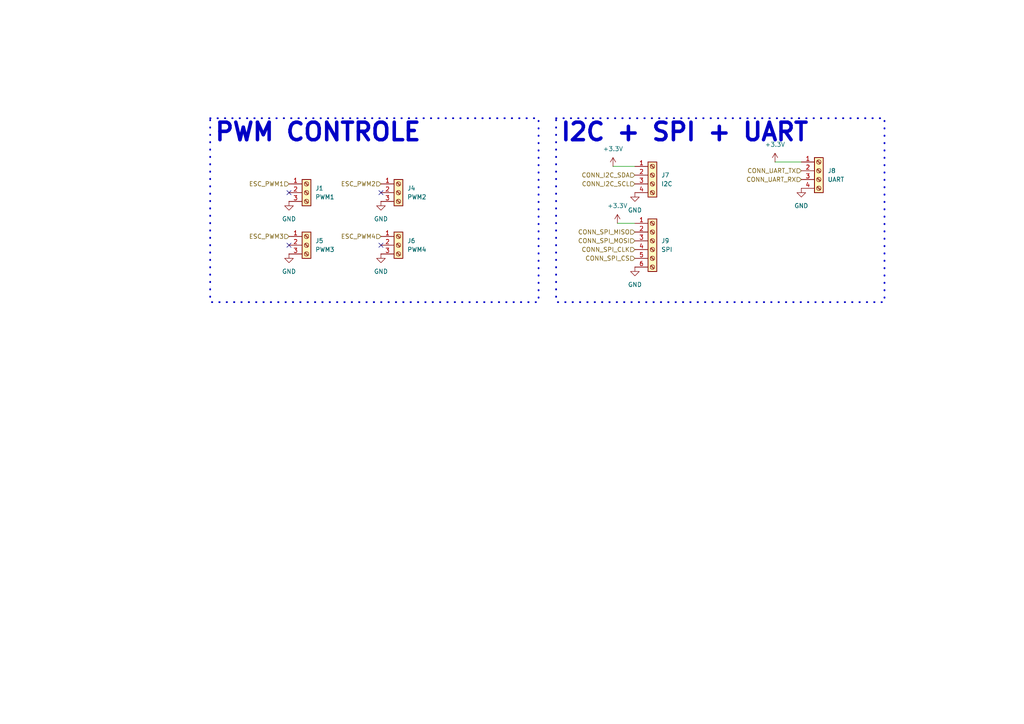
<source format=kicad_sch>
(kicad_sch
	(version 20250114)
	(generator "eeschema")
	(generator_version "9.0")
	(uuid "ba0d2d41-0ccc-44ce-9f25-510055e77d14")
	(paper "A4")
	(lib_symbols
		(symbol "Connector:Screw_Terminal_01x03"
			(pin_names
				(offset 1.016)
				(hide yes)
			)
			(exclude_from_sim no)
			(in_bom yes)
			(on_board yes)
			(property "Reference" "J"
				(at 0 5.08 0)
				(effects
					(font
						(size 1.27 1.27)
					)
				)
			)
			(property "Value" "Screw_Terminal_01x03"
				(at 0 -5.08 0)
				(effects
					(font
						(size 1.27 1.27)
					)
				)
			)
			(property "Footprint" ""
				(at 0 0 0)
				(effects
					(font
						(size 1.27 1.27)
					)
					(hide yes)
				)
			)
			(property "Datasheet" "~"
				(at 0 0 0)
				(effects
					(font
						(size 1.27 1.27)
					)
					(hide yes)
				)
			)
			(property "Description" "Generic screw terminal, single row, 01x03, script generated (kicad-library-utils/schlib/autogen/connector/)"
				(at 0 0 0)
				(effects
					(font
						(size 1.27 1.27)
					)
					(hide yes)
				)
			)
			(property "ki_keywords" "screw terminal"
				(at 0 0 0)
				(effects
					(font
						(size 1.27 1.27)
					)
					(hide yes)
				)
			)
			(property "ki_fp_filters" "TerminalBlock*:*"
				(at 0 0 0)
				(effects
					(font
						(size 1.27 1.27)
					)
					(hide yes)
				)
			)
			(symbol "Screw_Terminal_01x03_1_1"
				(rectangle
					(start -1.27 3.81)
					(end 1.27 -3.81)
					(stroke
						(width 0.254)
						(type default)
					)
					(fill
						(type background)
					)
				)
				(polyline
					(pts
						(xy -0.5334 2.8702) (xy 0.3302 2.032)
					)
					(stroke
						(width 0.1524)
						(type default)
					)
					(fill
						(type none)
					)
				)
				(polyline
					(pts
						(xy -0.5334 0.3302) (xy 0.3302 -0.508)
					)
					(stroke
						(width 0.1524)
						(type default)
					)
					(fill
						(type none)
					)
				)
				(polyline
					(pts
						(xy -0.5334 -2.2098) (xy 0.3302 -3.048)
					)
					(stroke
						(width 0.1524)
						(type default)
					)
					(fill
						(type none)
					)
				)
				(polyline
					(pts
						(xy -0.3556 3.048) (xy 0.508 2.2098)
					)
					(stroke
						(width 0.1524)
						(type default)
					)
					(fill
						(type none)
					)
				)
				(polyline
					(pts
						(xy -0.3556 0.508) (xy 0.508 -0.3302)
					)
					(stroke
						(width 0.1524)
						(type default)
					)
					(fill
						(type none)
					)
				)
				(polyline
					(pts
						(xy -0.3556 -2.032) (xy 0.508 -2.8702)
					)
					(stroke
						(width 0.1524)
						(type default)
					)
					(fill
						(type none)
					)
				)
				(circle
					(center 0 2.54)
					(radius 0.635)
					(stroke
						(width 0.1524)
						(type default)
					)
					(fill
						(type none)
					)
				)
				(circle
					(center 0 0)
					(radius 0.635)
					(stroke
						(width 0.1524)
						(type default)
					)
					(fill
						(type none)
					)
				)
				(circle
					(center 0 -2.54)
					(radius 0.635)
					(stroke
						(width 0.1524)
						(type default)
					)
					(fill
						(type none)
					)
				)
				(pin passive line
					(at -5.08 2.54 0)
					(length 3.81)
					(name "Pin_1"
						(effects
							(font
								(size 1.27 1.27)
							)
						)
					)
					(number "1"
						(effects
							(font
								(size 1.27 1.27)
							)
						)
					)
				)
				(pin passive line
					(at -5.08 0 0)
					(length 3.81)
					(name "Pin_2"
						(effects
							(font
								(size 1.27 1.27)
							)
						)
					)
					(number "2"
						(effects
							(font
								(size 1.27 1.27)
							)
						)
					)
				)
				(pin passive line
					(at -5.08 -2.54 0)
					(length 3.81)
					(name "Pin_3"
						(effects
							(font
								(size 1.27 1.27)
							)
						)
					)
					(number "3"
						(effects
							(font
								(size 1.27 1.27)
							)
						)
					)
				)
			)
			(embedded_fonts no)
		)
		(symbol "Connector:Screw_Terminal_01x04"
			(pin_names
				(offset 1.016)
				(hide yes)
			)
			(exclude_from_sim no)
			(in_bom yes)
			(on_board yes)
			(property "Reference" "J"
				(at 0 5.08 0)
				(effects
					(font
						(size 1.27 1.27)
					)
				)
			)
			(property "Value" "Screw_Terminal_01x04"
				(at 0 -7.62 0)
				(effects
					(font
						(size 1.27 1.27)
					)
				)
			)
			(property "Footprint" ""
				(at 0 0 0)
				(effects
					(font
						(size 1.27 1.27)
					)
					(hide yes)
				)
			)
			(property "Datasheet" "~"
				(at 0 0 0)
				(effects
					(font
						(size 1.27 1.27)
					)
					(hide yes)
				)
			)
			(property "Description" "Generic screw terminal, single row, 01x04, script generated (kicad-library-utils/schlib/autogen/connector/)"
				(at 0 0 0)
				(effects
					(font
						(size 1.27 1.27)
					)
					(hide yes)
				)
			)
			(property "ki_keywords" "screw terminal"
				(at 0 0 0)
				(effects
					(font
						(size 1.27 1.27)
					)
					(hide yes)
				)
			)
			(property "ki_fp_filters" "TerminalBlock*:*"
				(at 0 0 0)
				(effects
					(font
						(size 1.27 1.27)
					)
					(hide yes)
				)
			)
			(symbol "Screw_Terminal_01x04_1_1"
				(rectangle
					(start -1.27 3.81)
					(end 1.27 -6.35)
					(stroke
						(width 0.254)
						(type default)
					)
					(fill
						(type background)
					)
				)
				(polyline
					(pts
						(xy -0.5334 2.8702) (xy 0.3302 2.032)
					)
					(stroke
						(width 0.1524)
						(type default)
					)
					(fill
						(type none)
					)
				)
				(polyline
					(pts
						(xy -0.5334 0.3302) (xy 0.3302 -0.508)
					)
					(stroke
						(width 0.1524)
						(type default)
					)
					(fill
						(type none)
					)
				)
				(polyline
					(pts
						(xy -0.5334 -2.2098) (xy 0.3302 -3.048)
					)
					(stroke
						(width 0.1524)
						(type default)
					)
					(fill
						(type none)
					)
				)
				(polyline
					(pts
						(xy -0.5334 -4.7498) (xy 0.3302 -5.588)
					)
					(stroke
						(width 0.1524)
						(type default)
					)
					(fill
						(type none)
					)
				)
				(polyline
					(pts
						(xy -0.3556 3.048) (xy 0.508 2.2098)
					)
					(stroke
						(width 0.1524)
						(type default)
					)
					(fill
						(type none)
					)
				)
				(polyline
					(pts
						(xy -0.3556 0.508) (xy 0.508 -0.3302)
					)
					(stroke
						(width 0.1524)
						(type default)
					)
					(fill
						(type none)
					)
				)
				(polyline
					(pts
						(xy -0.3556 -2.032) (xy 0.508 -2.8702)
					)
					(stroke
						(width 0.1524)
						(type default)
					)
					(fill
						(type none)
					)
				)
				(polyline
					(pts
						(xy -0.3556 -4.572) (xy 0.508 -5.4102)
					)
					(stroke
						(width 0.1524)
						(type default)
					)
					(fill
						(type none)
					)
				)
				(circle
					(center 0 2.54)
					(radius 0.635)
					(stroke
						(width 0.1524)
						(type default)
					)
					(fill
						(type none)
					)
				)
				(circle
					(center 0 0)
					(radius 0.635)
					(stroke
						(width 0.1524)
						(type default)
					)
					(fill
						(type none)
					)
				)
				(circle
					(center 0 -2.54)
					(radius 0.635)
					(stroke
						(width 0.1524)
						(type default)
					)
					(fill
						(type none)
					)
				)
				(circle
					(center 0 -5.08)
					(radius 0.635)
					(stroke
						(width 0.1524)
						(type default)
					)
					(fill
						(type none)
					)
				)
				(pin passive line
					(at -5.08 2.54 0)
					(length 3.81)
					(name "Pin_1"
						(effects
							(font
								(size 1.27 1.27)
							)
						)
					)
					(number "1"
						(effects
							(font
								(size 1.27 1.27)
							)
						)
					)
				)
				(pin passive line
					(at -5.08 0 0)
					(length 3.81)
					(name "Pin_2"
						(effects
							(font
								(size 1.27 1.27)
							)
						)
					)
					(number "2"
						(effects
							(font
								(size 1.27 1.27)
							)
						)
					)
				)
				(pin passive line
					(at -5.08 -2.54 0)
					(length 3.81)
					(name "Pin_3"
						(effects
							(font
								(size 1.27 1.27)
							)
						)
					)
					(number "3"
						(effects
							(font
								(size 1.27 1.27)
							)
						)
					)
				)
				(pin passive line
					(at -5.08 -5.08 0)
					(length 3.81)
					(name "Pin_4"
						(effects
							(font
								(size 1.27 1.27)
							)
						)
					)
					(number "4"
						(effects
							(font
								(size 1.27 1.27)
							)
						)
					)
				)
			)
			(embedded_fonts no)
		)
		(symbol "Connector:Screw_Terminal_01x06"
			(pin_names
				(offset 1.016)
				(hide yes)
			)
			(exclude_from_sim no)
			(in_bom yes)
			(on_board yes)
			(property "Reference" "J"
				(at 0 7.62 0)
				(effects
					(font
						(size 1.27 1.27)
					)
				)
			)
			(property "Value" "Screw_Terminal_01x06"
				(at 0 -10.16 0)
				(effects
					(font
						(size 1.27 1.27)
					)
				)
			)
			(property "Footprint" ""
				(at 0 0 0)
				(effects
					(font
						(size 1.27 1.27)
					)
					(hide yes)
				)
			)
			(property "Datasheet" "~"
				(at 0 0 0)
				(effects
					(font
						(size 1.27 1.27)
					)
					(hide yes)
				)
			)
			(property "Description" "Generic screw terminal, single row, 01x06, script generated (kicad-library-utils/schlib/autogen/connector/)"
				(at 0 0 0)
				(effects
					(font
						(size 1.27 1.27)
					)
					(hide yes)
				)
			)
			(property "ki_keywords" "screw terminal"
				(at 0 0 0)
				(effects
					(font
						(size 1.27 1.27)
					)
					(hide yes)
				)
			)
			(property "ki_fp_filters" "TerminalBlock*:*"
				(at 0 0 0)
				(effects
					(font
						(size 1.27 1.27)
					)
					(hide yes)
				)
			)
			(symbol "Screw_Terminal_01x06_1_1"
				(rectangle
					(start -1.27 6.35)
					(end 1.27 -8.89)
					(stroke
						(width 0.254)
						(type default)
					)
					(fill
						(type background)
					)
				)
				(polyline
					(pts
						(xy -0.5334 5.4102) (xy 0.3302 4.572)
					)
					(stroke
						(width 0.1524)
						(type default)
					)
					(fill
						(type none)
					)
				)
				(polyline
					(pts
						(xy -0.5334 2.8702) (xy 0.3302 2.032)
					)
					(stroke
						(width 0.1524)
						(type default)
					)
					(fill
						(type none)
					)
				)
				(polyline
					(pts
						(xy -0.5334 0.3302) (xy 0.3302 -0.508)
					)
					(stroke
						(width 0.1524)
						(type default)
					)
					(fill
						(type none)
					)
				)
				(polyline
					(pts
						(xy -0.5334 -2.2098) (xy 0.3302 -3.048)
					)
					(stroke
						(width 0.1524)
						(type default)
					)
					(fill
						(type none)
					)
				)
				(polyline
					(pts
						(xy -0.5334 -4.7498) (xy 0.3302 -5.588)
					)
					(stroke
						(width 0.1524)
						(type default)
					)
					(fill
						(type none)
					)
				)
				(polyline
					(pts
						(xy -0.5334 -7.2898) (xy 0.3302 -8.128)
					)
					(stroke
						(width 0.1524)
						(type default)
					)
					(fill
						(type none)
					)
				)
				(polyline
					(pts
						(xy -0.3556 5.588) (xy 0.508 4.7498)
					)
					(stroke
						(width 0.1524)
						(type default)
					)
					(fill
						(type none)
					)
				)
				(polyline
					(pts
						(xy -0.3556 3.048) (xy 0.508 2.2098)
					)
					(stroke
						(width 0.1524)
						(type default)
					)
					(fill
						(type none)
					)
				)
				(polyline
					(pts
						(xy -0.3556 0.508) (xy 0.508 -0.3302)
					)
					(stroke
						(width 0.1524)
						(type default)
					)
					(fill
						(type none)
					)
				)
				(polyline
					(pts
						(xy -0.3556 -2.032) (xy 0.508 -2.8702)
					)
					(stroke
						(width 0.1524)
						(type default)
					)
					(fill
						(type none)
					)
				)
				(polyline
					(pts
						(xy -0.3556 -4.572) (xy 0.508 -5.4102)
					)
					(stroke
						(width 0.1524)
						(type default)
					)
					(fill
						(type none)
					)
				)
				(polyline
					(pts
						(xy -0.3556 -7.112) (xy 0.508 -7.9502)
					)
					(stroke
						(width 0.1524)
						(type default)
					)
					(fill
						(type none)
					)
				)
				(circle
					(center 0 5.08)
					(radius 0.635)
					(stroke
						(width 0.1524)
						(type default)
					)
					(fill
						(type none)
					)
				)
				(circle
					(center 0 2.54)
					(radius 0.635)
					(stroke
						(width 0.1524)
						(type default)
					)
					(fill
						(type none)
					)
				)
				(circle
					(center 0 0)
					(radius 0.635)
					(stroke
						(width 0.1524)
						(type default)
					)
					(fill
						(type none)
					)
				)
				(circle
					(center 0 -2.54)
					(radius 0.635)
					(stroke
						(width 0.1524)
						(type default)
					)
					(fill
						(type none)
					)
				)
				(circle
					(center 0 -5.08)
					(radius 0.635)
					(stroke
						(width 0.1524)
						(type default)
					)
					(fill
						(type none)
					)
				)
				(circle
					(center 0 -7.62)
					(radius 0.635)
					(stroke
						(width 0.1524)
						(type default)
					)
					(fill
						(type none)
					)
				)
				(pin passive line
					(at -5.08 5.08 0)
					(length 3.81)
					(name "Pin_1"
						(effects
							(font
								(size 1.27 1.27)
							)
						)
					)
					(number "1"
						(effects
							(font
								(size 1.27 1.27)
							)
						)
					)
				)
				(pin passive line
					(at -5.08 2.54 0)
					(length 3.81)
					(name "Pin_2"
						(effects
							(font
								(size 1.27 1.27)
							)
						)
					)
					(number "2"
						(effects
							(font
								(size 1.27 1.27)
							)
						)
					)
				)
				(pin passive line
					(at -5.08 0 0)
					(length 3.81)
					(name "Pin_3"
						(effects
							(font
								(size 1.27 1.27)
							)
						)
					)
					(number "3"
						(effects
							(font
								(size 1.27 1.27)
							)
						)
					)
				)
				(pin passive line
					(at -5.08 -2.54 0)
					(length 3.81)
					(name "Pin_4"
						(effects
							(font
								(size 1.27 1.27)
							)
						)
					)
					(number "4"
						(effects
							(font
								(size 1.27 1.27)
							)
						)
					)
				)
				(pin passive line
					(at -5.08 -5.08 0)
					(length 3.81)
					(name "Pin_5"
						(effects
							(font
								(size 1.27 1.27)
							)
						)
					)
					(number "5"
						(effects
							(font
								(size 1.27 1.27)
							)
						)
					)
				)
				(pin passive line
					(at -5.08 -7.62 0)
					(length 3.81)
					(name "Pin_6"
						(effects
							(font
								(size 1.27 1.27)
							)
						)
					)
					(number "6"
						(effects
							(font
								(size 1.27 1.27)
							)
						)
					)
				)
			)
			(embedded_fonts no)
		)
		(symbol "power:+3.3V"
			(power)
			(pin_numbers
				(hide yes)
			)
			(pin_names
				(offset 0)
				(hide yes)
			)
			(exclude_from_sim no)
			(in_bom yes)
			(on_board yes)
			(property "Reference" "#PWR"
				(at 0 -3.81 0)
				(effects
					(font
						(size 1.27 1.27)
					)
					(hide yes)
				)
			)
			(property "Value" "+3.3V"
				(at 0 3.556 0)
				(effects
					(font
						(size 1.27 1.27)
					)
				)
			)
			(property "Footprint" ""
				(at 0 0 0)
				(effects
					(font
						(size 1.27 1.27)
					)
					(hide yes)
				)
			)
			(property "Datasheet" ""
				(at 0 0 0)
				(effects
					(font
						(size 1.27 1.27)
					)
					(hide yes)
				)
			)
			(property "Description" "Power symbol creates a global label with name \"+3.3V\""
				(at 0 0 0)
				(effects
					(font
						(size 1.27 1.27)
					)
					(hide yes)
				)
			)
			(property "ki_keywords" "global power"
				(at 0 0 0)
				(effects
					(font
						(size 1.27 1.27)
					)
					(hide yes)
				)
			)
			(symbol "+3.3V_0_1"
				(polyline
					(pts
						(xy -0.762 1.27) (xy 0 2.54)
					)
					(stroke
						(width 0)
						(type default)
					)
					(fill
						(type none)
					)
				)
				(polyline
					(pts
						(xy 0 2.54) (xy 0.762 1.27)
					)
					(stroke
						(width 0)
						(type default)
					)
					(fill
						(type none)
					)
				)
				(polyline
					(pts
						(xy 0 0) (xy 0 2.54)
					)
					(stroke
						(width 0)
						(type default)
					)
					(fill
						(type none)
					)
				)
			)
			(symbol "+3.3V_1_1"
				(pin power_in line
					(at 0 0 90)
					(length 0)
					(name "~"
						(effects
							(font
								(size 1.27 1.27)
							)
						)
					)
					(number "1"
						(effects
							(font
								(size 1.27 1.27)
							)
						)
					)
				)
			)
			(embedded_fonts no)
		)
		(symbol "power:GND"
			(power)
			(pin_numbers
				(hide yes)
			)
			(pin_names
				(offset 0)
				(hide yes)
			)
			(exclude_from_sim no)
			(in_bom yes)
			(on_board yes)
			(property "Reference" "#PWR"
				(at 0 -6.35 0)
				(effects
					(font
						(size 1.27 1.27)
					)
					(hide yes)
				)
			)
			(property "Value" "GND"
				(at 0 -3.81 0)
				(effects
					(font
						(size 1.27 1.27)
					)
				)
			)
			(property "Footprint" ""
				(at 0 0 0)
				(effects
					(font
						(size 1.27 1.27)
					)
					(hide yes)
				)
			)
			(property "Datasheet" ""
				(at 0 0 0)
				(effects
					(font
						(size 1.27 1.27)
					)
					(hide yes)
				)
			)
			(property "Description" "Power symbol creates a global label with name \"GND\" , ground"
				(at 0 0 0)
				(effects
					(font
						(size 1.27 1.27)
					)
					(hide yes)
				)
			)
			(property "ki_keywords" "global power"
				(at 0 0 0)
				(effects
					(font
						(size 1.27 1.27)
					)
					(hide yes)
				)
			)
			(symbol "GND_0_1"
				(polyline
					(pts
						(xy 0 0) (xy 0 -1.27) (xy 1.27 -1.27) (xy 0 -2.54) (xy -1.27 -1.27) (xy 0 -1.27)
					)
					(stroke
						(width 0)
						(type default)
					)
					(fill
						(type none)
					)
				)
			)
			(symbol "GND_1_1"
				(pin power_in line
					(at 0 0 270)
					(length 0)
					(name "~"
						(effects
							(font
								(size 1.27 1.27)
							)
						)
					)
					(number "1"
						(effects
							(font
								(size 1.27 1.27)
							)
						)
					)
				)
			)
			(embedded_fonts no)
		)
	)
	(text_box "I2C + SPI + UART"
		(exclude_from_sim no)
		(at 161.29 34.29 0)
		(size 95.25 53.34)
		(margins 0.9525 0.9525 0.9525 0.9525)
		(stroke
			(width 0.508)
			(type dot)
		)
		(fill
			(type none)
		)
		(effects
			(font
				(size 5.08 5.08)
				(thickness 1.016)
				(bold yes)
			)
			(justify left top)
		)
		(uuid "cd788946-0e9a-4fd0-9697-557e9a197028")
	)
	(text_box "PWM CONTROLE"
		(exclude_from_sim no)
		(at 60.96 34.29 0)
		(size 95.25 53.34)
		(margins 0.9525 0.9525 0.9525 0.9525)
		(stroke
			(width 0.508)
			(type dot)
		)
		(fill
			(type none)
		)
		(effects
			(font
				(size 5.08 5.08)
				(thickness 1.016)
				(bold yes)
			)
			(justify left top)
		)
		(uuid "d04efc0d-b3b8-43a0-8c4c-9d8ebc89c644")
	)
	(no_connect
		(at 110.49 71.12)
		(uuid "22c4afa1-126e-4686-ae0e-b9d4e98376fa")
	)
	(no_connect
		(at 83.82 71.12)
		(uuid "29dc1727-1725-4d31-8ae7-beace16023f7")
	)
	(no_connect
		(at 110.49 55.88)
		(uuid "9d1304da-c9b1-48c0-b746-8396077f9a26")
	)
	(no_connect
		(at 83.82 55.88)
		(uuid "f54aa7a5-2b5d-4e01-bebd-66751e7d7a78")
	)
	(wire
		(pts
			(xy 179.07 64.77) (xy 184.15 64.77)
		)
		(stroke
			(width 0)
			(type default)
		)
		(uuid "278a8986-fa92-4e4d-b7b9-15629789d09e")
	)
	(wire
		(pts
			(xy 177.8 48.26) (xy 184.15 48.26)
		)
		(stroke
			(width 0)
			(type default)
		)
		(uuid "3a79684e-4c98-446c-8cfb-3ce64ec76689")
	)
	(wire
		(pts
			(xy 224.79 46.99) (xy 232.41 46.99)
		)
		(stroke
			(width 0)
			(type default)
		)
		(uuid "e14d0da1-3b30-472f-806a-809b6dd384ff")
	)
	(hierarchical_label "CONN_SPI_CLK"
		(shape input)
		(at 184.15 72.39 180)
		(effects
			(font
				(size 1.27 1.27)
			)
			(justify right)
		)
		(uuid "1d6fe1cc-92af-4552-8cf9-458719890721")
	)
	(hierarchical_label "ESC_PWM3"
		(shape input)
		(at 83.82 68.58 180)
		(effects
			(font
				(size 1.27 1.27)
			)
			(justify right)
		)
		(uuid "633c87da-ed05-47c3-b7a1-cf35505341ff")
	)
	(hierarchical_label "ESC_PWM2"
		(shape input)
		(at 110.49 53.34 180)
		(effects
			(font
				(size 1.27 1.27)
			)
			(justify right)
		)
		(uuid "777e250b-7265-4194-bbfc-23b6bc9253a8")
	)
	(hierarchical_label "CONN_UART_TX"
		(shape input)
		(at 232.41 49.53 180)
		(effects
			(font
				(size 1.27 1.27)
			)
			(justify right)
		)
		(uuid "7f7728fb-bbd7-4b37-b4e4-75e511d3f0b5")
	)
	(hierarchical_label "CONN_I2C_SDA"
		(shape input)
		(at 184.15 50.8 180)
		(effects
			(font
				(size 1.27 1.27)
			)
			(justify right)
		)
		(uuid "bd067ebc-ca4f-4ebd-b00e-9d1d3a3a918e")
	)
	(hierarchical_label "ESC_PWM1"
		(shape input)
		(at 83.82 53.34 180)
		(effects
			(font
				(size 1.27 1.27)
			)
			(justify right)
		)
		(uuid "d51e3a96-22b9-4465-905e-dbb72222e56c")
	)
	(hierarchical_label "CONN_UART_RX"
		(shape input)
		(at 232.41 52.07 180)
		(effects
			(font
				(size 1.27 1.27)
			)
			(justify right)
		)
		(uuid "da8ab898-209b-4e6b-a100-381b0ea038ef")
	)
	(hierarchical_label "CONN_SPI_MOSI"
		(shape input)
		(at 184.15 69.85 180)
		(effects
			(font
				(size 1.27 1.27)
			)
			(justify right)
		)
		(uuid "de2a8081-7848-4f20-8c99-b002a6d10d6c")
	)
	(hierarchical_label "ESC_PWM4"
		(shape input)
		(at 110.49 68.58 180)
		(effects
			(font
				(size 1.27 1.27)
			)
			(justify right)
		)
		(uuid "eff84304-d24e-4dba-9d0a-d127bd016beb")
	)
	(hierarchical_label "CONN_SPI_MISO"
		(shape input)
		(at 184.15 67.31 180)
		(effects
			(font
				(size 1.27 1.27)
			)
			(justify right)
		)
		(uuid "f1498364-f7da-4f41-a610-13b02f5fedfe")
	)
	(hierarchical_label "CONN_I2C_SCL"
		(shape input)
		(at 184.15 53.34 180)
		(effects
			(font
				(size 1.27 1.27)
			)
			(justify right)
		)
		(uuid "f81299dd-426e-4b33-bc12-5c11901bdd6f")
	)
	(hierarchical_label "CONN_SPI_CS"
		(shape input)
		(at 184.15 74.93 180)
		(effects
			(font
				(size 1.27 1.27)
			)
			(justify right)
		)
		(uuid "fc3a65de-749f-40a1-8863-77974ceda02f")
	)
	(symbol
		(lib_id "Connector:Screw_Terminal_01x04")
		(at 237.49 49.53 0)
		(unit 1)
		(exclude_from_sim no)
		(in_bom yes)
		(on_board yes)
		(dnp no)
		(fields_autoplaced yes)
		(uuid "0633efa1-06a2-4168-834c-e895ed95e0cb")
		(property "Reference" "J8"
			(at 240.03 49.5299 0)
			(effects
				(font
					(size 1.27 1.27)
				)
				(justify left)
			)
		)
		(property "Value" "UART"
			(at 240.03 52.0699 0)
			(effects
				(font
					(size 1.27 1.27)
				)
				(justify left)
			)
		)
		(property "Footprint" "Connector_JST:JST_EH_B4B-EH-A_1x04_P2.50mm_Vertical"
			(at 237.49 49.53 0)
			(effects
				(font
					(size 1.27 1.27)
				)
				(hide yes)
			)
		)
		(property "Datasheet" "~"
			(at 237.49 49.53 0)
			(effects
				(font
					(size 1.27 1.27)
				)
				(hide yes)
			)
		)
		(property "Description" "Generic screw terminal, single row, 01x04, script generated (kicad-library-utils/schlib/autogen/connector/)"
			(at 237.49 49.53 0)
			(effects
				(font
					(size 1.27 1.27)
				)
				(hide yes)
			)
		)
		(pin "2"
			(uuid "1411ebd4-c729-496e-99ac-4eed0dce2e05")
		)
		(pin "4"
			(uuid "1a5f08b8-aef2-4083-91db-203a84a0df70")
		)
		(pin "1"
			(uuid "53235427-b779-4235-a7a2-831e63ccde35")
		)
		(pin "3"
			(uuid "cc892e13-474e-4030-94a4-f738da0e69e6")
		)
		(instances
			(project ""
				(path "/5dcde9ba-69bc-48ad-8419-ebeb6428a1ae/a4b2bc73-f646-4f82-9c50-96632cd51fdd"
					(reference "J8")
					(unit 1)
				)
			)
		)
	)
	(symbol
		(lib_id "Connector:Screw_Terminal_01x03")
		(at 115.57 55.88 0)
		(unit 1)
		(exclude_from_sim no)
		(in_bom yes)
		(on_board yes)
		(dnp no)
		(fields_autoplaced yes)
		(uuid "175759e2-863b-4a08-ace5-d5895054de76")
		(property "Reference" "J4"
			(at 118.11 54.6099 0)
			(effects
				(font
					(size 1.27 1.27)
				)
				(justify left)
			)
		)
		(property "Value" "PWM2"
			(at 118.11 57.1499 0)
			(effects
				(font
					(size 1.27 1.27)
				)
				(justify left)
			)
		)
		(property "Footprint" "Connector_JST:JST_EH_B3B-EH-A_1x03_P2.50mm_Vertical"
			(at 115.57 55.88 0)
			(effects
				(font
					(size 1.27 1.27)
				)
				(hide yes)
			)
		)
		(property "Datasheet" "~"
			(at 115.57 55.88 0)
			(effects
				(font
					(size 1.27 1.27)
				)
				(hide yes)
			)
		)
		(property "Description" "Generic screw terminal, single row, 01x03, script generated (kicad-library-utils/schlib/autogen/connector/)"
			(at 115.57 55.88 0)
			(effects
				(font
					(size 1.27 1.27)
				)
				(hide yes)
			)
		)
		(pin "3"
			(uuid "4f11b683-057c-408f-bf6c-c1400e30948e")
		)
		(pin "2"
			(uuid "26a12291-b903-4b27-85b6-bb4d74cfbd79")
		)
		(pin "1"
			(uuid "5d5db922-4a65-4791-ab52-10bed97f5c03")
		)
		(instances
			(project "FC_PCB"
				(path "/5dcde9ba-69bc-48ad-8419-ebeb6428a1ae/a4b2bc73-f646-4f82-9c50-96632cd51fdd"
					(reference "J4")
					(unit 1)
				)
			)
		)
	)
	(symbol
		(lib_id "power:GND")
		(at 83.82 58.42 0)
		(unit 1)
		(exclude_from_sim no)
		(in_bom yes)
		(on_board yes)
		(dnp no)
		(fields_autoplaced yes)
		(uuid "2184216e-1480-4e31-a275-d1f37517f3d4")
		(property "Reference" "#PWR030"
			(at 83.82 64.77 0)
			(effects
				(font
					(size 1.27 1.27)
				)
				(hide yes)
			)
		)
		(property "Value" "GND"
			(at 83.82 63.5 0)
			(effects
				(font
					(size 1.27 1.27)
				)
			)
		)
		(property "Footprint" ""
			(at 83.82 58.42 0)
			(effects
				(font
					(size 1.27 1.27)
				)
				(hide yes)
			)
		)
		(property "Datasheet" ""
			(at 83.82 58.42 0)
			(effects
				(font
					(size 1.27 1.27)
				)
				(hide yes)
			)
		)
		(property "Description" "Power symbol creates a global label with name \"GND\" , ground"
			(at 83.82 58.42 0)
			(effects
				(font
					(size 1.27 1.27)
				)
				(hide yes)
			)
		)
		(pin "1"
			(uuid "1f23a10e-2d65-4ae3-a087-d22002024974")
		)
		(instances
			(project ""
				(path "/5dcde9ba-69bc-48ad-8419-ebeb6428a1ae/a4b2bc73-f646-4f82-9c50-96632cd51fdd"
					(reference "#PWR030")
					(unit 1)
				)
			)
		)
	)
	(symbol
		(lib_id "power:GND")
		(at 232.41 54.61 0)
		(unit 1)
		(exclude_from_sim no)
		(in_bom yes)
		(on_board yes)
		(dnp no)
		(fields_autoplaced yes)
		(uuid "2872223c-d488-4c46-af5c-78014f0d74e2")
		(property "Reference" "#PWR036"
			(at 232.41 60.96 0)
			(effects
				(font
					(size 1.27 1.27)
				)
				(hide yes)
			)
		)
		(property "Value" "GND"
			(at 232.41 59.69 0)
			(effects
				(font
					(size 1.27 1.27)
				)
			)
		)
		(property "Footprint" ""
			(at 232.41 54.61 0)
			(effects
				(font
					(size 1.27 1.27)
				)
				(hide yes)
			)
		)
		(property "Datasheet" ""
			(at 232.41 54.61 0)
			(effects
				(font
					(size 1.27 1.27)
				)
				(hide yes)
			)
		)
		(property "Description" "Power symbol creates a global label with name \"GND\" , ground"
			(at 232.41 54.61 0)
			(effects
				(font
					(size 1.27 1.27)
				)
				(hide yes)
			)
		)
		(pin "1"
			(uuid "c89802ef-2940-4b8e-be9e-5c03a1b020c6")
		)
		(instances
			(project "FC_PCB"
				(path "/5dcde9ba-69bc-48ad-8419-ebeb6428a1ae/a4b2bc73-f646-4f82-9c50-96632cd51fdd"
					(reference "#PWR036")
					(unit 1)
				)
			)
		)
	)
	(symbol
		(lib_id "power:+3.3V")
		(at 179.07 64.77 0)
		(unit 1)
		(exclude_from_sim no)
		(in_bom yes)
		(on_board yes)
		(dnp no)
		(fields_autoplaced yes)
		(uuid "3771d9d2-b051-4aa3-8c2b-a1af94d5f23c")
		(property "Reference" "#PWR059"
			(at 179.07 68.58 0)
			(effects
				(font
					(size 1.27 1.27)
				)
				(hide yes)
			)
		)
		(property "Value" "+3.3V"
			(at 179.07 59.69 0)
			(effects
				(font
					(size 1.27 1.27)
				)
			)
		)
		(property "Footprint" ""
			(at 179.07 64.77 0)
			(effects
				(font
					(size 1.27 1.27)
				)
				(hide yes)
			)
		)
		(property "Datasheet" ""
			(at 179.07 64.77 0)
			(effects
				(font
					(size 1.27 1.27)
				)
				(hide yes)
			)
		)
		(property "Description" "Power symbol creates a global label with name \"+3.3V\""
			(at 179.07 64.77 0)
			(effects
				(font
					(size 1.27 1.27)
				)
				(hide yes)
			)
		)
		(pin "1"
			(uuid "d4ddedfc-cf42-4cb8-9a65-67f5cafffac8")
		)
		(instances
			(project "FC_PCB"
				(path "/5dcde9ba-69bc-48ad-8419-ebeb6428a1ae/a4b2bc73-f646-4f82-9c50-96632cd51fdd"
					(reference "#PWR059")
					(unit 1)
				)
			)
		)
	)
	(symbol
		(lib_id "Connector:Screw_Terminal_01x04")
		(at 189.23 50.8 0)
		(unit 1)
		(exclude_from_sim no)
		(in_bom yes)
		(on_board yes)
		(dnp no)
		(fields_autoplaced yes)
		(uuid "42133ce3-bda8-4b29-8794-e8b5e4025954")
		(property "Reference" "J7"
			(at 191.77 50.7999 0)
			(effects
				(font
					(size 1.27 1.27)
				)
				(justify left)
			)
		)
		(property "Value" "I2C"
			(at 191.77 53.3399 0)
			(effects
				(font
					(size 1.27 1.27)
				)
				(justify left)
			)
		)
		(property "Footprint" "Connector_JST:JST_EH_B4B-EH-A_1x04_P2.50mm_Vertical"
			(at 189.23 50.8 0)
			(effects
				(font
					(size 1.27 1.27)
				)
				(hide yes)
			)
		)
		(property "Datasheet" "~"
			(at 189.23 50.8 0)
			(effects
				(font
					(size 1.27 1.27)
				)
				(hide yes)
			)
		)
		(property "Description" "Generic screw terminal, single row, 01x04, script generated (kicad-library-utils/schlib/autogen/connector/)"
			(at 189.23 50.8 0)
			(effects
				(font
					(size 1.27 1.27)
				)
				(hide yes)
			)
		)
		(pin "1"
			(uuid "5eb31627-29c8-4c2f-8d04-86586a66213d")
		)
		(pin "4"
			(uuid "fdadae5c-026b-4365-b8b2-8e0dcc2af46e")
		)
		(pin "2"
			(uuid "c152db54-8999-43a9-b170-4a41d14cbfbb")
		)
		(pin "3"
			(uuid "d683adf8-15b4-47ed-b214-5f15f03f4f0a")
		)
		(instances
			(project ""
				(path "/5dcde9ba-69bc-48ad-8419-ebeb6428a1ae/a4b2bc73-f646-4f82-9c50-96632cd51fdd"
					(reference "J7")
					(unit 1)
				)
			)
		)
	)
	(symbol
		(lib_id "Connector:Screw_Terminal_01x03")
		(at 88.9 55.88 0)
		(unit 1)
		(exclude_from_sim no)
		(in_bom yes)
		(on_board yes)
		(dnp no)
		(fields_autoplaced yes)
		(uuid "44a41c1a-a946-43ce-a439-78c94e569b2b")
		(property "Reference" "J1"
			(at 91.44 54.6099 0)
			(effects
				(font
					(size 1.27 1.27)
				)
				(justify left)
			)
		)
		(property "Value" "PWM1"
			(at 91.44 57.1499 0)
			(effects
				(font
					(size 1.27 1.27)
				)
				(justify left)
			)
		)
		(property "Footprint" "Connector_JST:JST_EH_B3B-EH-A_1x03_P2.50mm_Vertical"
			(at 88.9 55.88 0)
			(effects
				(font
					(size 1.27 1.27)
				)
				(hide yes)
			)
		)
		(property "Datasheet" "~"
			(at 88.9 55.88 0)
			(effects
				(font
					(size 1.27 1.27)
				)
				(hide yes)
			)
		)
		(property "Description" "Generic screw terminal, single row, 01x03, script generated (kicad-library-utils/schlib/autogen/connector/)"
			(at 88.9 55.88 0)
			(effects
				(font
					(size 1.27 1.27)
				)
				(hide yes)
			)
		)
		(pin "3"
			(uuid "5bd7fc55-ce87-4bf4-8691-e634b7b248bb")
		)
		(pin "2"
			(uuid "205d559e-1364-45ae-acf2-ca342815241c")
		)
		(pin "1"
			(uuid "4dcb09c4-e296-4700-80a7-701780194573")
		)
		(instances
			(project ""
				(path "/5dcde9ba-69bc-48ad-8419-ebeb6428a1ae/a4b2bc73-f646-4f82-9c50-96632cd51fdd"
					(reference "J1")
					(unit 1)
				)
			)
		)
	)
	(symbol
		(lib_id "Connector:Screw_Terminal_01x03")
		(at 88.9 71.12 0)
		(unit 1)
		(exclude_from_sim no)
		(in_bom yes)
		(on_board yes)
		(dnp no)
		(fields_autoplaced yes)
		(uuid "48e7fd55-d849-4fe2-b0ec-80c5ef284b3a")
		(property "Reference" "J5"
			(at 91.44 69.8499 0)
			(effects
				(font
					(size 1.27 1.27)
				)
				(justify left)
			)
		)
		(property "Value" "PWM3"
			(at 91.44 72.3899 0)
			(effects
				(font
					(size 1.27 1.27)
				)
				(justify left)
			)
		)
		(property "Footprint" "Connector_JST:JST_EH_B3B-EH-A_1x03_P2.50mm_Vertical"
			(at 88.9 71.12 0)
			(effects
				(font
					(size 1.27 1.27)
				)
				(hide yes)
			)
		)
		(property "Datasheet" "~"
			(at 88.9 71.12 0)
			(effects
				(font
					(size 1.27 1.27)
				)
				(hide yes)
			)
		)
		(property "Description" "Generic screw terminal, single row, 01x03, script generated (kicad-library-utils/schlib/autogen/connector/)"
			(at 88.9 71.12 0)
			(effects
				(font
					(size 1.27 1.27)
				)
				(hide yes)
			)
		)
		(pin "3"
			(uuid "052af756-7e48-463f-98e5-222044729720")
		)
		(pin "2"
			(uuid "df94ffdc-bd01-41ce-85b3-29235cd16770")
		)
		(pin "1"
			(uuid "170af3a0-84e7-4c90-9062-263d210719fc")
		)
		(instances
			(project "FC_PCB"
				(path "/5dcde9ba-69bc-48ad-8419-ebeb6428a1ae/a4b2bc73-f646-4f82-9c50-96632cd51fdd"
					(reference "J5")
					(unit 1)
				)
			)
		)
	)
	(symbol
		(lib_id "Connector:Screw_Terminal_01x03")
		(at 115.57 71.12 0)
		(unit 1)
		(exclude_from_sim no)
		(in_bom yes)
		(on_board yes)
		(dnp no)
		(fields_autoplaced yes)
		(uuid "5393e114-ab4c-453f-89c4-beb8b0ebc60a")
		(property "Reference" "J6"
			(at 118.11 69.8499 0)
			(effects
				(font
					(size 1.27 1.27)
				)
				(justify left)
			)
		)
		(property "Value" "PWM4"
			(at 118.11 72.3899 0)
			(effects
				(font
					(size 1.27 1.27)
				)
				(justify left)
			)
		)
		(property "Footprint" "Connector_JST:JST_EH_B3B-EH-A_1x03_P2.50mm_Vertical"
			(at 115.57 71.12 0)
			(effects
				(font
					(size 1.27 1.27)
				)
				(hide yes)
			)
		)
		(property "Datasheet" "~"
			(at 115.57 71.12 0)
			(effects
				(font
					(size 1.27 1.27)
				)
				(hide yes)
			)
		)
		(property "Description" "Generic screw terminal, single row, 01x03, script generated (kicad-library-utils/schlib/autogen/connector/)"
			(at 115.57 71.12 0)
			(effects
				(font
					(size 1.27 1.27)
				)
				(hide yes)
			)
		)
		(pin "3"
			(uuid "9d3ee14a-3603-4fa7-940e-d8448107e55a")
		)
		(pin "2"
			(uuid "828cda84-b44d-44d3-b309-2fcf4f3d5f12")
		)
		(pin "1"
			(uuid "2d998d49-c8e8-4832-9db5-5ea9d70758f7")
		)
		(instances
			(project "FC_PCB"
				(path "/5dcde9ba-69bc-48ad-8419-ebeb6428a1ae/a4b2bc73-f646-4f82-9c50-96632cd51fdd"
					(reference "J6")
					(unit 1)
				)
			)
		)
	)
	(symbol
		(lib_id "Connector:Screw_Terminal_01x06")
		(at 189.23 69.85 0)
		(unit 1)
		(exclude_from_sim no)
		(in_bom yes)
		(on_board yes)
		(dnp no)
		(fields_autoplaced yes)
		(uuid "7144c6af-ca80-4f60-b766-ecfb03609ee8")
		(property "Reference" "J9"
			(at 191.77 69.8499 0)
			(effects
				(font
					(size 1.27 1.27)
				)
				(justify left)
			)
		)
		(property "Value" "SPI"
			(at 191.77 72.3899 0)
			(effects
				(font
					(size 1.27 1.27)
				)
				(justify left)
			)
		)
		(property "Footprint" "Connector_JST:JST_EH_B6B-EH-A_1x06_P2.50mm_Vertical"
			(at 189.23 69.85 0)
			(effects
				(font
					(size 1.27 1.27)
				)
				(hide yes)
			)
		)
		(property "Datasheet" "~"
			(at 189.23 69.85 0)
			(effects
				(font
					(size 1.27 1.27)
				)
				(hide yes)
			)
		)
		(property "Description" "Generic screw terminal, single row, 01x06, script generated (kicad-library-utils/schlib/autogen/connector/)"
			(at 189.23 69.85 0)
			(effects
				(font
					(size 1.27 1.27)
				)
				(hide yes)
			)
		)
		(pin "4"
			(uuid "d61e9c83-c0bc-4234-9c29-942c41bbee87")
		)
		(pin "2"
			(uuid "7e97e465-54b5-4008-a8b0-f4fe93dc040e")
		)
		(pin "1"
			(uuid "aa5ff6fc-c13e-44c1-8cf1-cca937e80d5c")
		)
		(pin "3"
			(uuid "82bb1e41-c4d1-47a6-9b58-2daa168f786f")
		)
		(pin "5"
			(uuid "96eae63e-aad8-4ccb-8f0c-f7133adb6ffd")
		)
		(pin "6"
			(uuid "18daccd4-c0c0-4664-a267-e134eee7953e")
		)
		(instances
			(project ""
				(path "/5dcde9ba-69bc-48ad-8419-ebeb6428a1ae/a4b2bc73-f646-4f82-9c50-96632cd51fdd"
					(reference "J9")
					(unit 1)
				)
			)
		)
	)
	(symbol
		(lib_id "power:GND")
		(at 110.49 58.42 0)
		(unit 1)
		(exclude_from_sim no)
		(in_bom yes)
		(on_board yes)
		(dnp no)
		(fields_autoplaced yes)
		(uuid "a0d77174-2c03-4d72-af43-a8474261bc82")
		(property "Reference" "#PWR032"
			(at 110.49 64.77 0)
			(effects
				(font
					(size 1.27 1.27)
				)
				(hide yes)
			)
		)
		(property "Value" "GND"
			(at 110.49 63.5 0)
			(effects
				(font
					(size 1.27 1.27)
				)
			)
		)
		(property "Footprint" ""
			(at 110.49 58.42 0)
			(effects
				(font
					(size 1.27 1.27)
				)
				(hide yes)
			)
		)
		(property "Datasheet" ""
			(at 110.49 58.42 0)
			(effects
				(font
					(size 1.27 1.27)
				)
				(hide yes)
			)
		)
		(property "Description" "Power symbol creates a global label with name \"GND\" , ground"
			(at 110.49 58.42 0)
			(effects
				(font
					(size 1.27 1.27)
				)
				(hide yes)
			)
		)
		(pin "1"
			(uuid "9b6d3732-8df3-4b5c-8dd2-fa4851175498")
		)
		(instances
			(project ""
				(path "/5dcde9ba-69bc-48ad-8419-ebeb6428a1ae/a4b2bc73-f646-4f82-9c50-96632cd51fdd"
					(reference "#PWR032")
					(unit 1)
				)
			)
		)
	)
	(symbol
		(lib_id "power:GND")
		(at 110.49 73.66 0)
		(unit 1)
		(exclude_from_sim no)
		(in_bom yes)
		(on_board yes)
		(dnp no)
		(fields_autoplaced yes)
		(uuid "a8d841b5-8615-4033-a77e-bc659196c83a")
		(property "Reference" "#PWR033"
			(at 110.49 80.01 0)
			(effects
				(font
					(size 1.27 1.27)
				)
				(hide yes)
			)
		)
		(property "Value" "GND"
			(at 110.49 78.74 0)
			(effects
				(font
					(size 1.27 1.27)
				)
			)
		)
		(property "Footprint" ""
			(at 110.49 73.66 0)
			(effects
				(font
					(size 1.27 1.27)
				)
				(hide yes)
			)
		)
		(property "Datasheet" ""
			(at 110.49 73.66 0)
			(effects
				(font
					(size 1.27 1.27)
				)
				(hide yes)
			)
		)
		(property "Description" "Power symbol creates a global label with name \"GND\" , ground"
			(at 110.49 73.66 0)
			(effects
				(font
					(size 1.27 1.27)
				)
				(hide yes)
			)
		)
		(pin "1"
			(uuid "e2e399a9-8d4b-4d32-9ea7-ea192ec7709a")
		)
		(instances
			(project ""
				(path "/5dcde9ba-69bc-48ad-8419-ebeb6428a1ae/a4b2bc73-f646-4f82-9c50-96632cd51fdd"
					(reference "#PWR033")
					(unit 1)
				)
			)
		)
	)
	(symbol
		(lib_id "power:+3.3V")
		(at 224.79 46.99 0)
		(unit 1)
		(exclude_from_sim no)
		(in_bom yes)
		(on_board yes)
		(dnp no)
		(fields_autoplaced yes)
		(uuid "c34a7d98-8541-4ed5-8e89-f5062e0fe0f4")
		(property "Reference" "#PWR058"
			(at 224.79 50.8 0)
			(effects
				(font
					(size 1.27 1.27)
				)
				(hide yes)
			)
		)
		(property "Value" "+3.3V"
			(at 224.79 41.91 0)
			(effects
				(font
					(size 1.27 1.27)
				)
			)
		)
		(property "Footprint" ""
			(at 224.79 46.99 0)
			(effects
				(font
					(size 1.27 1.27)
				)
				(hide yes)
			)
		)
		(property "Datasheet" ""
			(at 224.79 46.99 0)
			(effects
				(font
					(size 1.27 1.27)
				)
				(hide yes)
			)
		)
		(property "Description" "Power symbol creates a global label with name \"+3.3V\""
			(at 224.79 46.99 0)
			(effects
				(font
					(size 1.27 1.27)
				)
				(hide yes)
			)
		)
		(pin "1"
			(uuid "e640c58d-c6ee-4ca3-9c0e-810256ad47c1")
		)
		(instances
			(project "FC_PCB"
				(path "/5dcde9ba-69bc-48ad-8419-ebeb6428a1ae/a4b2bc73-f646-4f82-9c50-96632cd51fdd"
					(reference "#PWR058")
					(unit 1)
				)
			)
		)
	)
	(symbol
		(lib_id "power:GND")
		(at 184.15 55.88 0)
		(unit 1)
		(exclude_from_sim no)
		(in_bom yes)
		(on_board yes)
		(dnp no)
		(fields_autoplaced yes)
		(uuid "c9f61da8-0ee2-41c5-8338-17be165d9195")
		(property "Reference" "#PWR035"
			(at 184.15 62.23 0)
			(effects
				(font
					(size 1.27 1.27)
				)
				(hide yes)
			)
		)
		(property "Value" "GND"
			(at 184.15 60.96 0)
			(effects
				(font
					(size 1.27 1.27)
				)
			)
		)
		(property "Footprint" ""
			(at 184.15 55.88 0)
			(effects
				(font
					(size 1.27 1.27)
				)
				(hide yes)
			)
		)
		(property "Datasheet" ""
			(at 184.15 55.88 0)
			(effects
				(font
					(size 1.27 1.27)
				)
				(hide yes)
			)
		)
		(property "Description" "Power symbol creates a global label with name \"GND\" , ground"
			(at 184.15 55.88 0)
			(effects
				(font
					(size 1.27 1.27)
				)
				(hide yes)
			)
		)
		(pin "1"
			(uuid "cdd3457f-3339-4287-9b33-9a7fd58dc33f")
		)
		(instances
			(project "FC_PCB"
				(path "/5dcde9ba-69bc-48ad-8419-ebeb6428a1ae/a4b2bc73-f646-4f82-9c50-96632cd51fdd"
					(reference "#PWR035")
					(unit 1)
				)
			)
		)
	)
	(symbol
		(lib_id "power:+3.3V")
		(at 177.8 48.26 0)
		(unit 1)
		(exclude_from_sim no)
		(in_bom yes)
		(on_board yes)
		(dnp no)
		(fields_autoplaced yes)
		(uuid "cc373dac-4326-4f44-94b0-2c01ff5d72b3")
		(property "Reference" "#PWR057"
			(at 177.8 52.07 0)
			(effects
				(font
					(size 1.27 1.27)
				)
				(hide yes)
			)
		)
		(property "Value" "+3.3V"
			(at 177.8 43.18 0)
			(effects
				(font
					(size 1.27 1.27)
				)
			)
		)
		(property "Footprint" ""
			(at 177.8 48.26 0)
			(effects
				(font
					(size 1.27 1.27)
				)
				(hide yes)
			)
		)
		(property "Datasheet" ""
			(at 177.8 48.26 0)
			(effects
				(font
					(size 1.27 1.27)
				)
				(hide yes)
			)
		)
		(property "Description" "Power symbol creates a global label with name \"+3.3V\""
			(at 177.8 48.26 0)
			(effects
				(font
					(size 1.27 1.27)
				)
				(hide yes)
			)
		)
		(pin "1"
			(uuid "fae734ea-2a57-4dfa-b47e-faae72898229")
		)
		(instances
			(project ""
				(path "/5dcde9ba-69bc-48ad-8419-ebeb6428a1ae/a4b2bc73-f646-4f82-9c50-96632cd51fdd"
					(reference "#PWR057")
					(unit 1)
				)
			)
		)
	)
	(symbol
		(lib_id "power:GND")
		(at 184.15 77.47 0)
		(unit 1)
		(exclude_from_sim no)
		(in_bom yes)
		(on_board yes)
		(dnp no)
		(fields_autoplaced yes)
		(uuid "d5cc7164-0464-4f40-9ce5-d1bb8ce6bf9b")
		(property "Reference" "#PWR034"
			(at 184.15 83.82 0)
			(effects
				(font
					(size 1.27 1.27)
				)
				(hide yes)
			)
		)
		(property "Value" "GND"
			(at 184.15 82.55 0)
			(effects
				(font
					(size 1.27 1.27)
				)
			)
		)
		(property "Footprint" ""
			(at 184.15 77.47 0)
			(effects
				(font
					(size 1.27 1.27)
				)
				(hide yes)
			)
		)
		(property "Datasheet" ""
			(at 184.15 77.47 0)
			(effects
				(font
					(size 1.27 1.27)
				)
				(hide yes)
			)
		)
		(property "Description" "Power symbol creates a global label with name \"GND\" , ground"
			(at 184.15 77.47 0)
			(effects
				(font
					(size 1.27 1.27)
				)
				(hide yes)
			)
		)
		(pin "1"
			(uuid "cc62e0e1-eb6a-4a75-a6e4-9bd096b8cc1b")
		)
		(instances
			(project "FC_PCB"
				(path "/5dcde9ba-69bc-48ad-8419-ebeb6428a1ae/a4b2bc73-f646-4f82-9c50-96632cd51fdd"
					(reference "#PWR034")
					(unit 1)
				)
			)
		)
	)
	(symbol
		(lib_id "power:GND")
		(at 83.82 73.66 0)
		(unit 1)
		(exclude_from_sim no)
		(in_bom yes)
		(on_board yes)
		(dnp no)
		(fields_autoplaced yes)
		(uuid "fa7e131c-3995-4c72-a04d-eab23a74709c")
		(property "Reference" "#PWR031"
			(at 83.82 80.01 0)
			(effects
				(font
					(size 1.27 1.27)
				)
				(hide yes)
			)
		)
		(property "Value" "GND"
			(at 83.82 78.74 0)
			(effects
				(font
					(size 1.27 1.27)
				)
			)
		)
		(property "Footprint" ""
			(at 83.82 73.66 0)
			(effects
				(font
					(size 1.27 1.27)
				)
				(hide yes)
			)
		)
		(property "Datasheet" ""
			(at 83.82 73.66 0)
			(effects
				(font
					(size 1.27 1.27)
				)
				(hide yes)
			)
		)
		(property "Description" "Power symbol creates a global label with name \"GND\" , ground"
			(at 83.82 73.66 0)
			(effects
				(font
					(size 1.27 1.27)
				)
				(hide yes)
			)
		)
		(pin "1"
			(uuid "beb0d20b-5ecb-4c03-b993-798fab20a6c2")
		)
		(instances
			(project ""
				(path "/5dcde9ba-69bc-48ad-8419-ebeb6428a1ae/a4b2bc73-f646-4f82-9c50-96632cd51fdd"
					(reference "#PWR031")
					(unit 1)
				)
			)
		)
	)
)

</source>
